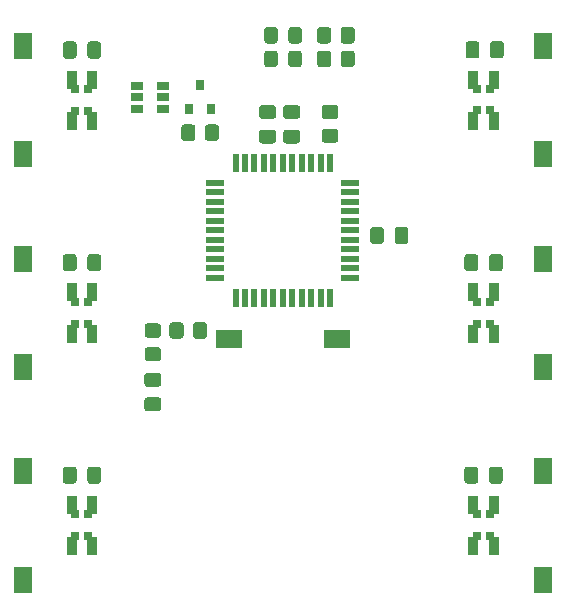
<source format=gbr>
%TF.GenerationSoftware,KiCad,Pcbnew,(5.1.9)-1*%
%TF.CreationDate,2021-05-09T22:41:15+02:00*%
%TF.ProjectId,HB-RC-6-PBU-LED,48422d52-432d-4362-9d50-42552d4c4544,rev?*%
%TF.SameCoordinates,Original*%
%TF.FileFunction,Paste,Top*%
%TF.FilePolarity,Positive*%
%FSLAX46Y46*%
G04 Gerber Fmt 4.6, Leading zero omitted, Abs format (unit mm)*
G04 Created by KiCad (PCBNEW (5.1.9)-1) date 2021-05-09 22:41:15*
%MOMM*%
%LPD*%
G01*
G04 APERTURE LIST*
%ADD10R,0.700000X0.700000*%
%ADD11R,0.800000X0.900000*%
%ADD12R,1.060000X0.650000*%
%ADD13R,1.500000X0.550000*%
%ADD14R,0.550000X1.500000*%
%ADD15R,2.180000X1.600000*%
%ADD16R,1.600000X2.180000*%
%ADD17R,0.850000X1.600000*%
G04 APERTURE END LIST*
D10*
%TO.C,D14*%
X212550000Y-92035000D03*
X211450000Y-92035000D03*
X211450000Y-93865000D03*
X212550000Y-93865000D03*
%TD*%
%TO.C,D13*%
X212550000Y-74085000D03*
X211450000Y-74085000D03*
X211450000Y-75915000D03*
X212550000Y-75915000D03*
%TD*%
%TO.C,D12*%
X212550000Y-56035000D03*
X211450000Y-56035000D03*
X211450000Y-57865000D03*
X212550000Y-57865000D03*
%TD*%
%TO.C,D11*%
X178550000Y-92035000D03*
X177450000Y-92035000D03*
X177450000Y-93865000D03*
X178550000Y-93865000D03*
%TD*%
%TO.C,D10*%
X178550000Y-74085000D03*
X177450000Y-74085000D03*
X177450000Y-75915000D03*
X178550000Y-75915000D03*
%TD*%
%TO.C,D9*%
X178535000Y-56085000D03*
X177435000Y-56085000D03*
X177435000Y-57915000D03*
X178535000Y-57915000D03*
%TD*%
%TO.C,C10*%
G36*
G01*
X204462500Y-68925000D02*
X204462500Y-67975000D01*
G75*
G02*
X204712500Y-67725000I250000J0D01*
G01*
X205387500Y-67725000D01*
G75*
G02*
X205637500Y-67975000I0J-250000D01*
G01*
X205637500Y-68925000D01*
G75*
G02*
X205387500Y-69175000I-250000J0D01*
G01*
X204712500Y-69175000D01*
G75*
G02*
X204462500Y-68925000I0J250000D01*
G01*
G37*
G36*
G01*
X202387500Y-68925000D02*
X202387500Y-67975000D01*
G75*
G02*
X202637500Y-67725000I250000J0D01*
G01*
X203312500Y-67725000D01*
G75*
G02*
X203562500Y-67975000I0J-250000D01*
G01*
X203562500Y-68925000D01*
G75*
G02*
X203312500Y-69175000I-250000J0D01*
G01*
X202637500Y-69175000D01*
G75*
G02*
X202387500Y-68925000I0J250000D01*
G01*
G37*
%TD*%
%TO.C,C9*%
G36*
G01*
X196225000Y-58587500D02*
X195275000Y-58587500D01*
G75*
G02*
X195025000Y-58337500I0J250000D01*
G01*
X195025000Y-57662500D01*
G75*
G02*
X195275000Y-57412500I250000J0D01*
G01*
X196225000Y-57412500D01*
G75*
G02*
X196475000Y-57662500I0J-250000D01*
G01*
X196475000Y-58337500D01*
G75*
G02*
X196225000Y-58587500I-250000J0D01*
G01*
G37*
G36*
G01*
X196225000Y-60662500D02*
X195275000Y-60662500D01*
G75*
G02*
X195025000Y-60412500I0J250000D01*
G01*
X195025000Y-59737500D01*
G75*
G02*
X195275000Y-59487500I250000J0D01*
G01*
X196225000Y-59487500D01*
G75*
G02*
X196475000Y-59737500I0J-250000D01*
G01*
X196475000Y-60412500D01*
G75*
G02*
X196225000Y-60662500I-250000J0D01*
G01*
G37*
%TD*%
D11*
%TO.C,Q1*%
X188000000Y-55750000D03*
X188950000Y-57750000D03*
X187050000Y-57750000D03*
%TD*%
D12*
%TO.C,U3*%
X182650000Y-56750000D03*
X182650000Y-57700000D03*
X182650000Y-55800000D03*
X184850000Y-55800000D03*
X184850000Y-56750000D03*
X184850000Y-57700000D03*
%TD*%
%TO.C,R6*%
G36*
G01*
X188400000Y-60200001D02*
X188400000Y-59299999D01*
G75*
G02*
X188649999Y-59050000I249999J0D01*
G01*
X189350001Y-59050000D01*
G75*
G02*
X189600000Y-59299999I0J-249999D01*
G01*
X189600000Y-60200001D01*
G75*
G02*
X189350001Y-60450000I-249999J0D01*
G01*
X188649999Y-60450000D01*
G75*
G02*
X188400000Y-60200001I0J249999D01*
G01*
G37*
G36*
G01*
X186400000Y-60200001D02*
X186400000Y-59299999D01*
G75*
G02*
X186649999Y-59050000I249999J0D01*
G01*
X187350001Y-59050000D01*
G75*
G02*
X187600000Y-59299999I0J-249999D01*
G01*
X187600000Y-60200001D01*
G75*
G02*
X187350001Y-60450000I-249999J0D01*
G01*
X186649999Y-60450000D01*
G75*
G02*
X186400000Y-60200001I0J249999D01*
G01*
G37*
%TD*%
%TO.C,R5*%
G36*
G01*
X198549999Y-59400000D02*
X199450001Y-59400000D01*
G75*
G02*
X199700000Y-59649999I0J-249999D01*
G01*
X199700000Y-60350001D01*
G75*
G02*
X199450001Y-60600000I-249999J0D01*
G01*
X198549999Y-60600000D01*
G75*
G02*
X198300000Y-60350001I0J249999D01*
G01*
X198300000Y-59649999D01*
G75*
G02*
X198549999Y-59400000I249999J0D01*
G01*
G37*
G36*
G01*
X198549999Y-57400000D02*
X199450001Y-57400000D01*
G75*
G02*
X199700000Y-57649999I0J-249999D01*
G01*
X199700000Y-58350001D01*
G75*
G02*
X199450001Y-58600000I-249999J0D01*
G01*
X198549999Y-58600000D01*
G75*
G02*
X198300000Y-58350001I0J249999D01*
G01*
X198300000Y-57649999D01*
G75*
G02*
X198549999Y-57400000I249999J0D01*
G01*
G37*
%TD*%
D13*
%TO.C,U1*%
X189300000Y-72010000D03*
X189300000Y-71210000D03*
X189300000Y-70410000D03*
X189300000Y-69610000D03*
X189300000Y-68810000D03*
X189300000Y-68010000D03*
X189300000Y-67210000D03*
X189300000Y-66410000D03*
X189300000Y-65610000D03*
X189300000Y-64810000D03*
X189300000Y-64010000D03*
D14*
X191000000Y-62310000D03*
X191800000Y-62310000D03*
X192600000Y-62310000D03*
X193400000Y-62310000D03*
X194200000Y-62310000D03*
X195000000Y-62310000D03*
X195800000Y-62310000D03*
X196600000Y-62310000D03*
X197400000Y-62310000D03*
X198200000Y-62310000D03*
X199000000Y-62310000D03*
D13*
X200700000Y-64010000D03*
X200700000Y-64810000D03*
X200700000Y-65610000D03*
X200700000Y-66410000D03*
X200700000Y-67210000D03*
X200700000Y-68010000D03*
X200700000Y-68810000D03*
X200700000Y-69610000D03*
X200700000Y-70410000D03*
X200700000Y-71210000D03*
X200700000Y-72010000D03*
D14*
X199000000Y-73710000D03*
X198200000Y-73710000D03*
X197400000Y-73710000D03*
X196600000Y-73710000D03*
X195800000Y-73710000D03*
X195000000Y-73710000D03*
X194200000Y-73710000D03*
X193400000Y-73710000D03*
X192600000Y-73710000D03*
X191800000Y-73710000D03*
X191000000Y-73710000D03*
%TD*%
D15*
%TO.C,SW1*%
X190410000Y-77250000D03*
X199590000Y-77250000D03*
%TD*%
%TO.C,D2*%
G36*
G01*
X195475000Y-51950001D02*
X195475000Y-51049999D01*
G75*
G02*
X195724999Y-50800000I249999J0D01*
G01*
X196375001Y-50800000D01*
G75*
G02*
X196625000Y-51049999I0J-249999D01*
G01*
X196625000Y-51950001D01*
G75*
G02*
X196375001Y-52200000I-249999J0D01*
G01*
X195724999Y-52200000D01*
G75*
G02*
X195475000Y-51950001I0J249999D01*
G01*
G37*
G36*
G01*
X193425000Y-51950001D02*
X193425000Y-51049999D01*
G75*
G02*
X193674999Y-50800000I249999J0D01*
G01*
X194325001Y-50800000D01*
G75*
G02*
X194575000Y-51049999I0J-249999D01*
G01*
X194575000Y-51950001D01*
G75*
G02*
X194325001Y-52200000I-249999J0D01*
G01*
X193674999Y-52200000D01*
G75*
G02*
X193425000Y-51950001I0J249999D01*
G01*
G37*
%TD*%
%TO.C,D1*%
G36*
G01*
X195475000Y-53950001D02*
X195475000Y-53049999D01*
G75*
G02*
X195724999Y-52800000I249999J0D01*
G01*
X196375001Y-52800000D01*
G75*
G02*
X196625000Y-53049999I0J-249999D01*
G01*
X196625000Y-53950001D01*
G75*
G02*
X196375001Y-54200000I-249999J0D01*
G01*
X195724999Y-54200000D01*
G75*
G02*
X195475000Y-53950001I0J249999D01*
G01*
G37*
G36*
G01*
X193425000Y-53950001D02*
X193425000Y-53049999D01*
G75*
G02*
X193674999Y-52800000I249999J0D01*
G01*
X194325001Y-52800000D01*
G75*
G02*
X194575000Y-53049999I0J-249999D01*
G01*
X194575000Y-53950001D01*
G75*
G02*
X194325001Y-54200000I-249999J0D01*
G01*
X193674999Y-54200000D01*
G75*
G02*
X193425000Y-53950001I0J249999D01*
G01*
G37*
%TD*%
%TO.C,C8*%
G36*
G01*
X177550000Y-52275000D02*
X177550000Y-53225000D01*
G75*
G02*
X177300000Y-53475000I-250000J0D01*
G01*
X176625000Y-53475000D01*
G75*
G02*
X176375000Y-53225000I0J250000D01*
G01*
X176375000Y-52275000D01*
G75*
G02*
X176625000Y-52025000I250000J0D01*
G01*
X177300000Y-52025000D01*
G75*
G02*
X177550000Y-52275000I0J-250000D01*
G01*
G37*
G36*
G01*
X179625000Y-52275000D02*
X179625000Y-53225000D01*
G75*
G02*
X179375000Y-53475000I-250000J0D01*
G01*
X178700000Y-53475000D01*
G75*
G02*
X178450000Y-53225000I0J250000D01*
G01*
X178450000Y-52275000D01*
G75*
G02*
X178700000Y-52025000I250000J0D01*
G01*
X179375000Y-52025000D01*
G75*
G02*
X179625000Y-52275000I0J-250000D01*
G01*
G37*
%TD*%
%TO.C,C7*%
G36*
G01*
X211550000Y-88275000D02*
X211550000Y-89225000D01*
G75*
G02*
X211300000Y-89475000I-250000J0D01*
G01*
X210625000Y-89475000D01*
G75*
G02*
X210375000Y-89225000I0J250000D01*
G01*
X210375000Y-88275000D01*
G75*
G02*
X210625000Y-88025000I250000J0D01*
G01*
X211300000Y-88025000D01*
G75*
G02*
X211550000Y-88275000I0J-250000D01*
G01*
G37*
G36*
G01*
X213625000Y-88275000D02*
X213625000Y-89225000D01*
G75*
G02*
X213375000Y-89475000I-250000J0D01*
G01*
X212700000Y-89475000D01*
G75*
G02*
X212450000Y-89225000I0J250000D01*
G01*
X212450000Y-88275000D01*
G75*
G02*
X212700000Y-88025000I250000J0D01*
G01*
X213375000Y-88025000D01*
G75*
G02*
X213625000Y-88275000I0J-250000D01*
G01*
G37*
%TD*%
%TO.C,C6*%
G36*
G01*
X211550000Y-70275000D02*
X211550000Y-71225000D01*
G75*
G02*
X211300000Y-71475000I-250000J0D01*
G01*
X210625000Y-71475000D01*
G75*
G02*
X210375000Y-71225000I0J250000D01*
G01*
X210375000Y-70275000D01*
G75*
G02*
X210625000Y-70025000I250000J0D01*
G01*
X211300000Y-70025000D01*
G75*
G02*
X211550000Y-70275000I0J-250000D01*
G01*
G37*
G36*
G01*
X213625000Y-70275000D02*
X213625000Y-71225000D01*
G75*
G02*
X213375000Y-71475000I-250000J0D01*
G01*
X212700000Y-71475000D01*
G75*
G02*
X212450000Y-71225000I0J250000D01*
G01*
X212450000Y-70275000D01*
G75*
G02*
X212700000Y-70025000I250000J0D01*
G01*
X213375000Y-70025000D01*
G75*
G02*
X213625000Y-70275000I0J-250000D01*
G01*
G37*
%TD*%
%TO.C,C5*%
G36*
G01*
X211650000Y-52255000D02*
X211650000Y-53205000D01*
G75*
G02*
X211400000Y-53455000I-250000J0D01*
G01*
X210725000Y-53455000D01*
G75*
G02*
X210475000Y-53205000I0J250000D01*
G01*
X210475000Y-52255000D01*
G75*
G02*
X210725000Y-52005000I250000J0D01*
G01*
X211400000Y-52005000D01*
G75*
G02*
X211650000Y-52255000I0J-250000D01*
G01*
G37*
G36*
G01*
X213725000Y-52255000D02*
X213725000Y-53205000D01*
G75*
G02*
X213475000Y-53455000I-250000J0D01*
G01*
X212800000Y-53455000D01*
G75*
G02*
X212550000Y-53205000I0J250000D01*
G01*
X212550000Y-52255000D01*
G75*
G02*
X212800000Y-52005000I250000J0D01*
G01*
X213475000Y-52005000D01*
G75*
G02*
X213725000Y-52255000I0J-250000D01*
G01*
G37*
%TD*%
%TO.C,C4*%
G36*
G01*
X177550000Y-88275000D02*
X177550000Y-89225000D01*
G75*
G02*
X177300000Y-89475000I-250000J0D01*
G01*
X176625000Y-89475000D01*
G75*
G02*
X176375000Y-89225000I0J250000D01*
G01*
X176375000Y-88275000D01*
G75*
G02*
X176625000Y-88025000I250000J0D01*
G01*
X177300000Y-88025000D01*
G75*
G02*
X177550000Y-88275000I0J-250000D01*
G01*
G37*
G36*
G01*
X179625000Y-88275000D02*
X179625000Y-89225000D01*
G75*
G02*
X179375000Y-89475000I-250000J0D01*
G01*
X178700000Y-89475000D01*
G75*
G02*
X178450000Y-89225000I0J250000D01*
G01*
X178450000Y-88275000D01*
G75*
G02*
X178700000Y-88025000I250000J0D01*
G01*
X179375000Y-88025000D01*
G75*
G02*
X179625000Y-88275000I0J-250000D01*
G01*
G37*
%TD*%
%TO.C,C3*%
G36*
G01*
X177550000Y-70275000D02*
X177550000Y-71225000D01*
G75*
G02*
X177300000Y-71475000I-250000J0D01*
G01*
X176625000Y-71475000D01*
G75*
G02*
X176375000Y-71225000I0J250000D01*
G01*
X176375000Y-70275000D01*
G75*
G02*
X176625000Y-70025000I250000J0D01*
G01*
X177300000Y-70025000D01*
G75*
G02*
X177550000Y-70275000I0J-250000D01*
G01*
G37*
G36*
G01*
X179625000Y-70275000D02*
X179625000Y-71225000D01*
G75*
G02*
X179375000Y-71475000I-250000J0D01*
G01*
X178700000Y-71475000D01*
G75*
G02*
X178450000Y-71225000I0J250000D01*
G01*
X178450000Y-70275000D01*
G75*
G02*
X178700000Y-70025000I250000J0D01*
G01*
X179375000Y-70025000D01*
G75*
G02*
X179625000Y-70275000I0J-250000D01*
G01*
G37*
%TD*%
D16*
%TO.C,SW7*%
X217000000Y-88410000D03*
X217000000Y-97590000D03*
%TD*%
%TO.C,SW6*%
X217000000Y-70410000D03*
X217000000Y-79590000D03*
%TD*%
%TO.C,SW5*%
X217000000Y-61590000D03*
X217000000Y-52410000D03*
%TD*%
%TO.C,SW4*%
X173000000Y-88410000D03*
X173000000Y-97590000D03*
%TD*%
%TO.C,SW3*%
X173000000Y-70410000D03*
X173000000Y-79590000D03*
%TD*%
%TO.C,SW2*%
X173000000Y-61590000D03*
X173000000Y-52410000D03*
%TD*%
%TO.C,R4*%
G36*
G01*
X187400000Y-76950001D02*
X187400000Y-76049999D01*
G75*
G02*
X187649999Y-75800000I249999J0D01*
G01*
X188350001Y-75800000D01*
G75*
G02*
X188600000Y-76049999I0J-249999D01*
G01*
X188600000Y-76950001D01*
G75*
G02*
X188350001Y-77200000I-249999J0D01*
G01*
X187649999Y-77200000D01*
G75*
G02*
X187400000Y-76950001I0J249999D01*
G01*
G37*
G36*
G01*
X185400000Y-76950001D02*
X185400000Y-76049999D01*
G75*
G02*
X185649999Y-75800000I249999J0D01*
G01*
X186350001Y-75800000D01*
G75*
G02*
X186600000Y-76049999I0J-249999D01*
G01*
X186600000Y-76950001D01*
G75*
G02*
X186350001Y-77200000I-249999J0D01*
G01*
X185649999Y-77200000D01*
G75*
G02*
X185400000Y-76950001I0J249999D01*
G01*
G37*
%TD*%
%TO.C,R3*%
G36*
G01*
X183549999Y-77900000D02*
X184450001Y-77900000D01*
G75*
G02*
X184700000Y-78149999I0J-249999D01*
G01*
X184700000Y-78850001D01*
G75*
G02*
X184450001Y-79100000I-249999J0D01*
G01*
X183549999Y-79100000D01*
G75*
G02*
X183300000Y-78850001I0J249999D01*
G01*
X183300000Y-78149999D01*
G75*
G02*
X183549999Y-77900000I249999J0D01*
G01*
G37*
G36*
G01*
X183549999Y-75900000D02*
X184450001Y-75900000D01*
G75*
G02*
X184700000Y-76149999I0J-249999D01*
G01*
X184700000Y-76850001D01*
G75*
G02*
X184450001Y-77100000I-249999J0D01*
G01*
X183549999Y-77100000D01*
G75*
G02*
X183300000Y-76850001I0J249999D01*
G01*
X183300000Y-76149999D01*
G75*
G02*
X183549999Y-75900000I249999J0D01*
G01*
G37*
%TD*%
%TO.C,R2*%
G36*
G01*
X199100000Y-51049999D02*
X199100000Y-51950001D01*
G75*
G02*
X198850001Y-52200000I-249999J0D01*
G01*
X198149999Y-52200000D01*
G75*
G02*
X197900000Y-51950001I0J249999D01*
G01*
X197900000Y-51049999D01*
G75*
G02*
X198149999Y-50800000I249999J0D01*
G01*
X198850001Y-50800000D01*
G75*
G02*
X199100000Y-51049999I0J-249999D01*
G01*
G37*
G36*
G01*
X201100000Y-51049999D02*
X201100000Y-51950001D01*
G75*
G02*
X200850001Y-52200000I-249999J0D01*
G01*
X200149999Y-52200000D01*
G75*
G02*
X199900000Y-51950001I0J249999D01*
G01*
X199900000Y-51049999D01*
G75*
G02*
X200149999Y-50800000I249999J0D01*
G01*
X200850001Y-50800000D01*
G75*
G02*
X201100000Y-51049999I0J-249999D01*
G01*
G37*
%TD*%
%TO.C,R1*%
G36*
G01*
X199100000Y-53049999D02*
X199100000Y-53950001D01*
G75*
G02*
X198850001Y-54200000I-249999J0D01*
G01*
X198149999Y-54200000D01*
G75*
G02*
X197900000Y-53950001I0J249999D01*
G01*
X197900000Y-53049999D01*
G75*
G02*
X198149999Y-52800000I249999J0D01*
G01*
X198850001Y-52800000D01*
G75*
G02*
X199100000Y-53049999I0J-249999D01*
G01*
G37*
G36*
G01*
X201100000Y-53049999D02*
X201100000Y-53950001D01*
G75*
G02*
X200850001Y-54200000I-249999J0D01*
G01*
X200149999Y-54200000D01*
G75*
G02*
X199900000Y-53950001I0J249999D01*
G01*
X199900000Y-53049999D01*
G75*
G02*
X200149999Y-52800000I249999J0D01*
G01*
X200850001Y-52800000D01*
G75*
G02*
X201100000Y-53049999I0J-249999D01*
G01*
G37*
%TD*%
D17*
%TO.C,D8*%
X211125000Y-94750000D03*
X212875000Y-94750000D03*
X211125000Y-91250000D03*
X212875000Y-91250000D03*
%TD*%
%TO.C,D5*%
X177125000Y-94750000D03*
X178875000Y-94750000D03*
X177125000Y-91250000D03*
X178875000Y-91250000D03*
%TD*%
%TO.C,D7*%
X211125000Y-76750000D03*
X212875000Y-76750000D03*
X211125000Y-73250000D03*
X212875000Y-73250000D03*
%TD*%
%TO.C,D4*%
X177125000Y-76750000D03*
X178875000Y-76750000D03*
X177125000Y-73250000D03*
X178875000Y-73250000D03*
%TD*%
%TO.C,D6*%
X211125000Y-58750000D03*
X212875000Y-58750000D03*
X211125000Y-55250000D03*
X212875000Y-55250000D03*
%TD*%
%TO.C,D3*%
X177125000Y-58750000D03*
X178875000Y-58750000D03*
X177125000Y-55250000D03*
X178875000Y-55250000D03*
%TD*%
%TO.C,C2*%
G36*
G01*
X194185000Y-58592500D02*
X193235000Y-58592500D01*
G75*
G02*
X192985000Y-58342500I0J250000D01*
G01*
X192985000Y-57667500D01*
G75*
G02*
X193235000Y-57417500I250000J0D01*
G01*
X194185000Y-57417500D01*
G75*
G02*
X194435000Y-57667500I0J-250000D01*
G01*
X194435000Y-58342500D01*
G75*
G02*
X194185000Y-58592500I-250000J0D01*
G01*
G37*
G36*
G01*
X194185000Y-60667500D02*
X193235000Y-60667500D01*
G75*
G02*
X192985000Y-60417500I0J250000D01*
G01*
X192985000Y-59742500D01*
G75*
G02*
X193235000Y-59492500I250000J0D01*
G01*
X194185000Y-59492500D01*
G75*
G02*
X194435000Y-59742500I0J-250000D01*
G01*
X194435000Y-60417500D01*
G75*
G02*
X194185000Y-60667500I-250000J0D01*
G01*
G37*
%TD*%
%TO.C,C1*%
G36*
G01*
X184475000Y-81262500D02*
X183525000Y-81262500D01*
G75*
G02*
X183275000Y-81012500I0J250000D01*
G01*
X183275000Y-80337500D01*
G75*
G02*
X183525000Y-80087500I250000J0D01*
G01*
X184475000Y-80087500D01*
G75*
G02*
X184725000Y-80337500I0J-250000D01*
G01*
X184725000Y-81012500D01*
G75*
G02*
X184475000Y-81262500I-250000J0D01*
G01*
G37*
G36*
G01*
X184475000Y-83337500D02*
X183525000Y-83337500D01*
G75*
G02*
X183275000Y-83087500I0J250000D01*
G01*
X183275000Y-82412500D01*
G75*
G02*
X183525000Y-82162500I250000J0D01*
G01*
X184475000Y-82162500D01*
G75*
G02*
X184725000Y-82412500I0J-250000D01*
G01*
X184725000Y-83087500D01*
G75*
G02*
X184475000Y-83337500I-250000J0D01*
G01*
G37*
%TD*%
M02*

</source>
